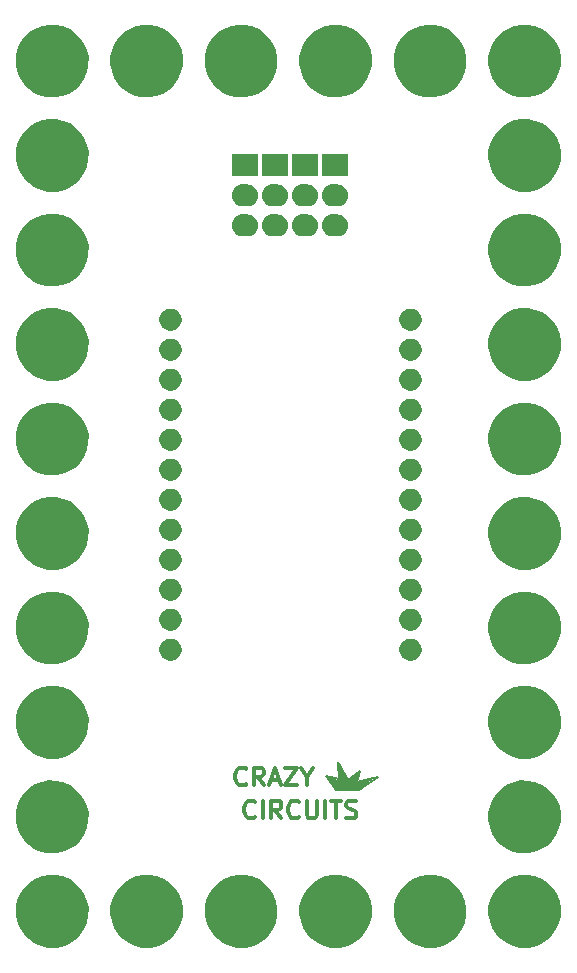
<source format=gts>
%TF.GenerationSoftware,KiCad,Pcbnew,4.0.7-e2-6376~58~ubuntu16.04.1*%
%TF.CreationDate,2018-07-16T09:48:52-07:00*%
%TF.ProjectId,6x10-Photon-Breakout,3678392D50686F746F6E2D427265616B,1.0*%
%TF.FileFunction,Soldermask,Top*%
%FSLAX46Y46*%
G04 Gerber Fmt 4.6, Leading zero omitted, Abs format (unit mm)*
G04 Created by KiCad (PCBNEW 4.0.7-e2-6376~58~ubuntu16.04.1) date Mon Jul 16 09:48:52 2018*
%MOMM*%
%LPD*%
G01*
G04 APERTURE LIST*
%ADD10C,0.350000*%
%ADD11C,0.300000*%
%ADD12C,0.152400*%
%ADD13C,0.254000*%
G04 APERTURE END LIST*
D10*
D11*
X76188572Y-95785714D02*
X76117143Y-95857143D01*
X75902857Y-95928571D01*
X75760000Y-95928571D01*
X75545715Y-95857143D01*
X75402857Y-95714286D01*
X75331429Y-95571429D01*
X75260000Y-95285714D01*
X75260000Y-95071429D01*
X75331429Y-94785714D01*
X75402857Y-94642857D01*
X75545715Y-94500000D01*
X75760000Y-94428571D01*
X75902857Y-94428571D01*
X76117143Y-94500000D01*
X76188572Y-94571429D01*
X76831429Y-95928571D02*
X76831429Y-94428571D01*
X78402858Y-95928571D02*
X77902858Y-95214286D01*
X77545715Y-95928571D02*
X77545715Y-94428571D01*
X78117143Y-94428571D01*
X78260001Y-94500000D01*
X78331429Y-94571429D01*
X78402858Y-94714286D01*
X78402858Y-94928571D01*
X78331429Y-95071429D01*
X78260001Y-95142857D01*
X78117143Y-95214286D01*
X77545715Y-95214286D01*
X79902858Y-95785714D02*
X79831429Y-95857143D01*
X79617143Y-95928571D01*
X79474286Y-95928571D01*
X79260001Y-95857143D01*
X79117143Y-95714286D01*
X79045715Y-95571429D01*
X78974286Y-95285714D01*
X78974286Y-95071429D01*
X79045715Y-94785714D01*
X79117143Y-94642857D01*
X79260001Y-94500000D01*
X79474286Y-94428571D01*
X79617143Y-94428571D01*
X79831429Y-94500000D01*
X79902858Y-94571429D01*
X80545715Y-94428571D02*
X80545715Y-95642857D01*
X80617143Y-95785714D01*
X80688572Y-95857143D01*
X80831429Y-95928571D01*
X81117143Y-95928571D01*
X81260001Y-95857143D01*
X81331429Y-95785714D01*
X81402858Y-95642857D01*
X81402858Y-94428571D01*
X82117144Y-95928571D02*
X82117144Y-94428571D01*
X82617144Y-94428571D02*
X83474287Y-94428571D01*
X83045716Y-95928571D02*
X83045716Y-94428571D01*
X83902858Y-95857143D02*
X84117144Y-95928571D01*
X84474287Y-95928571D01*
X84617144Y-95857143D01*
X84688573Y-95785714D01*
X84760001Y-95642857D01*
X84760001Y-95500000D01*
X84688573Y-95357143D01*
X84617144Y-95285714D01*
X84474287Y-95214286D01*
X84188573Y-95142857D01*
X84045715Y-95071429D01*
X83974287Y-95000000D01*
X83902858Y-94857143D01*
X83902858Y-94714286D01*
X83974287Y-94571429D01*
X84045715Y-94500000D01*
X84188573Y-94428571D01*
X84545715Y-94428571D01*
X84760001Y-94500000D01*
X75438287Y-92991714D02*
X75366858Y-93063143D01*
X75152572Y-93134571D01*
X75009715Y-93134571D01*
X74795430Y-93063143D01*
X74652572Y-92920286D01*
X74581144Y-92777429D01*
X74509715Y-92491714D01*
X74509715Y-92277429D01*
X74581144Y-91991714D01*
X74652572Y-91848857D01*
X74795430Y-91706000D01*
X75009715Y-91634571D01*
X75152572Y-91634571D01*
X75366858Y-91706000D01*
X75438287Y-91777429D01*
X76938287Y-93134571D02*
X76438287Y-92420286D01*
X76081144Y-93134571D02*
X76081144Y-91634571D01*
X76652572Y-91634571D01*
X76795430Y-91706000D01*
X76866858Y-91777429D01*
X76938287Y-91920286D01*
X76938287Y-92134571D01*
X76866858Y-92277429D01*
X76795430Y-92348857D01*
X76652572Y-92420286D01*
X76081144Y-92420286D01*
X77509715Y-92706000D02*
X78224001Y-92706000D01*
X77366858Y-93134571D02*
X77866858Y-91634571D01*
X78366858Y-93134571D01*
X78724001Y-91634571D02*
X79724001Y-91634571D01*
X78724001Y-93134571D01*
X79724001Y-93134571D01*
X80581143Y-92420286D02*
X80581143Y-93134571D01*
X80081143Y-91634571D02*
X80581143Y-92420286D01*
X81081143Y-91634571D01*
D12*
X86106000Y-92519500D02*
X84963000Y-93472000D01*
X84772500Y-93472000D02*
X86106000Y-92519500D01*
X85725000Y-92646500D02*
X84772500Y-93472000D01*
X84645500Y-93408500D02*
X85725000Y-92646500D01*
X85534500Y-92710000D02*
X84645500Y-93408500D01*
X84391500Y-93472000D02*
X85534500Y-92710000D01*
X85217000Y-92837000D02*
X84391500Y-93472000D01*
X84264500Y-93408500D02*
X85217000Y-92837000D01*
X85026500Y-92837000D02*
X84264500Y-93408500D01*
X84264500Y-93281500D02*
X85026500Y-92837000D01*
X84772500Y-92837000D02*
X84264500Y-93281500D01*
X84201000Y-93154500D02*
X84772500Y-92837000D01*
X84772500Y-92646500D02*
X84201000Y-93154500D01*
X84772500Y-92519500D02*
X84137500Y-93027500D01*
X84899500Y-92329000D02*
X84074000Y-92900500D01*
X84899500Y-92202000D02*
X84074000Y-92773500D01*
D13*
X83058000Y-93408500D02*
X82423000Y-92519500D01*
D12*
X84963000Y-93535500D02*
X82994500Y-93535500D01*
X86550500Y-92392500D02*
X84963000Y-93535500D01*
X84772500Y-92837000D02*
X86550500Y-92392500D01*
X85090000Y-91948000D02*
X84772500Y-92837000D01*
X84010500Y-92646500D02*
X85090000Y-91948000D01*
X83185000Y-91186000D02*
X84010500Y-92710000D01*
X83248500Y-92583000D02*
X83185000Y-91186000D01*
X82169000Y-92329000D02*
X83248500Y-92583000D01*
X82994500Y-93535500D02*
X82169000Y-92329000D01*
D13*
X83248500Y-93408500D02*
X82613500Y-92519500D01*
X83439000Y-93408500D02*
X82867500Y-92583000D01*
X83566000Y-93408500D02*
X83121500Y-92646500D01*
X83820000Y-93408500D02*
X83375500Y-92583000D01*
X84010500Y-93408500D02*
X83439000Y-92329000D01*
X84201000Y-93408500D02*
X83312000Y-91694000D01*
X83375500Y-92392500D02*
X83312000Y-91567000D01*
D10*
G36*
X59323110Y-100725847D02*
X59914055Y-100847151D01*
X60470198Y-101080932D01*
X60970334Y-101418278D01*
X61395421Y-101846343D01*
X61729266Y-102348821D01*
X61959156Y-102906576D01*
X62076264Y-103498014D01*
X62076264Y-103498024D01*
X62076331Y-103498363D01*
X62066710Y-104187416D01*
X62066633Y-104187754D01*
X62066633Y-104187762D01*
X61933057Y-104775701D01*
X61687685Y-105326816D01*
X61339937Y-105819778D01*
X60903062Y-106235809D01*
X60393700Y-106559061D01*
X59831254Y-106777219D01*
X59237147Y-106881976D01*
X58634003Y-106869342D01*
X58044800Y-106739797D01*
X57491982Y-106498277D01*
X56996607Y-106153982D01*
X56577537Y-105720023D01*
X56250738Y-105212930D01*
X56028656Y-104652014D01*
X55919755Y-104058658D01*
X55928177Y-103455441D01*
X56053606Y-102865347D01*
X56291259Y-102310858D01*
X56632091Y-101813088D01*
X57063112Y-101391000D01*
X57567913Y-101060668D01*
X58127259Y-100834677D01*
X58719845Y-100721636D01*
X59323110Y-100725847D01*
X59323110Y-100725847D01*
G37*
G36*
X67322110Y-100725847D02*
X67913055Y-100847151D01*
X68469198Y-101080932D01*
X68969334Y-101418278D01*
X69394421Y-101846343D01*
X69728266Y-102348821D01*
X69958156Y-102906576D01*
X70075264Y-103498014D01*
X70075264Y-103498024D01*
X70075331Y-103498363D01*
X70065710Y-104187416D01*
X70065633Y-104187754D01*
X70065633Y-104187762D01*
X69932057Y-104775701D01*
X69686685Y-105326816D01*
X69338937Y-105819778D01*
X68902062Y-106235809D01*
X68392700Y-106559061D01*
X67830254Y-106777219D01*
X67236147Y-106881976D01*
X66633003Y-106869342D01*
X66043800Y-106739797D01*
X65490982Y-106498277D01*
X64995607Y-106153982D01*
X64576537Y-105720023D01*
X64249738Y-105212930D01*
X64027656Y-104652014D01*
X63918755Y-104058658D01*
X63927177Y-103455441D01*
X64052606Y-102865347D01*
X64290259Y-102310858D01*
X64631091Y-101813088D01*
X65062112Y-101391000D01*
X65566913Y-101060668D01*
X66126259Y-100834677D01*
X66718845Y-100721636D01*
X67322110Y-100725847D01*
X67322110Y-100725847D01*
G37*
G36*
X83322110Y-100725847D02*
X83913055Y-100847151D01*
X84469198Y-101080932D01*
X84969334Y-101418278D01*
X85394421Y-101846343D01*
X85728266Y-102348821D01*
X85958156Y-102906576D01*
X86075264Y-103498014D01*
X86075264Y-103498024D01*
X86075331Y-103498363D01*
X86065710Y-104187416D01*
X86065633Y-104187754D01*
X86065633Y-104187762D01*
X85932057Y-104775701D01*
X85686685Y-105326816D01*
X85338937Y-105819778D01*
X84902062Y-106235809D01*
X84392700Y-106559061D01*
X83830254Y-106777219D01*
X83236147Y-106881976D01*
X82633003Y-106869342D01*
X82043800Y-106739797D01*
X81490982Y-106498277D01*
X80995607Y-106153982D01*
X80576537Y-105720023D01*
X80249738Y-105212930D01*
X80027656Y-104652014D01*
X79918755Y-104058658D01*
X79927177Y-103455441D01*
X80052606Y-102865347D01*
X80290259Y-102310858D01*
X80631091Y-101813088D01*
X81062112Y-101391000D01*
X81566913Y-101060668D01*
X82126259Y-100834677D01*
X82718845Y-100721636D01*
X83322110Y-100725847D01*
X83322110Y-100725847D01*
G37*
G36*
X75322110Y-100725847D02*
X75913055Y-100847151D01*
X76469198Y-101080932D01*
X76969334Y-101418278D01*
X77394421Y-101846343D01*
X77728266Y-102348821D01*
X77958156Y-102906576D01*
X78075264Y-103498014D01*
X78075264Y-103498024D01*
X78075331Y-103498363D01*
X78065710Y-104187416D01*
X78065633Y-104187754D01*
X78065633Y-104187762D01*
X77932057Y-104775701D01*
X77686685Y-105326816D01*
X77338937Y-105819778D01*
X76902062Y-106235809D01*
X76392700Y-106559061D01*
X75830254Y-106777219D01*
X75236147Y-106881976D01*
X74633003Y-106869342D01*
X74043800Y-106739797D01*
X73490982Y-106498277D01*
X72995607Y-106153982D01*
X72576537Y-105720023D01*
X72249738Y-105212930D01*
X72027656Y-104652014D01*
X71918755Y-104058658D01*
X71927177Y-103455441D01*
X72052606Y-102865347D01*
X72290259Y-102310858D01*
X72631091Y-101813088D01*
X73062112Y-101391000D01*
X73566913Y-101060668D01*
X74126259Y-100834677D01*
X74718845Y-100721636D01*
X75322110Y-100725847D01*
X75322110Y-100725847D01*
G37*
G36*
X99322110Y-100725847D02*
X99913055Y-100847151D01*
X100469198Y-101080932D01*
X100969334Y-101418278D01*
X101394421Y-101846343D01*
X101728266Y-102348821D01*
X101958156Y-102906576D01*
X102075264Y-103498014D01*
X102075264Y-103498024D01*
X102075331Y-103498363D01*
X102065710Y-104187416D01*
X102065633Y-104187754D01*
X102065633Y-104187762D01*
X101932057Y-104775701D01*
X101686685Y-105326816D01*
X101338937Y-105819778D01*
X100902062Y-106235809D01*
X100392700Y-106559061D01*
X99830254Y-106777219D01*
X99236147Y-106881976D01*
X98633003Y-106869342D01*
X98043800Y-106739797D01*
X97490982Y-106498277D01*
X96995607Y-106153982D01*
X96576537Y-105720023D01*
X96249738Y-105212930D01*
X96027656Y-104652014D01*
X95918755Y-104058658D01*
X95927177Y-103455441D01*
X96052606Y-102865347D01*
X96290259Y-102310858D01*
X96631091Y-101813088D01*
X97062112Y-101391000D01*
X97566913Y-101060668D01*
X98126259Y-100834677D01*
X98718845Y-100721636D01*
X99322110Y-100725847D01*
X99322110Y-100725847D01*
G37*
G36*
X91322110Y-100725847D02*
X91913055Y-100847151D01*
X92469198Y-101080932D01*
X92969334Y-101418278D01*
X93394421Y-101846343D01*
X93728266Y-102348821D01*
X93958156Y-102906576D01*
X94075264Y-103498014D01*
X94075264Y-103498024D01*
X94075331Y-103498363D01*
X94065710Y-104187416D01*
X94065633Y-104187754D01*
X94065633Y-104187762D01*
X93932057Y-104775701D01*
X93686685Y-105326816D01*
X93338937Y-105819778D01*
X92902062Y-106235809D01*
X92392700Y-106559061D01*
X91830254Y-106777219D01*
X91236147Y-106881976D01*
X90633003Y-106869342D01*
X90043800Y-106739797D01*
X89490982Y-106498277D01*
X88995607Y-106153982D01*
X88576537Y-105720023D01*
X88249738Y-105212930D01*
X88027656Y-104652014D01*
X87918755Y-104058658D01*
X87927177Y-103455441D01*
X88052606Y-102865347D01*
X88290259Y-102310858D01*
X88631091Y-101813088D01*
X89062112Y-101391000D01*
X89566913Y-101060668D01*
X90126259Y-100834677D01*
X90718845Y-100721636D01*
X91322110Y-100725847D01*
X91322110Y-100725847D01*
G37*
G36*
X59322110Y-92725847D02*
X59913055Y-92847151D01*
X60469198Y-93080932D01*
X60969334Y-93418278D01*
X61394421Y-93846343D01*
X61728266Y-94348821D01*
X61958156Y-94906576D01*
X62075264Y-95498014D01*
X62075264Y-95498024D01*
X62075331Y-95498363D01*
X62065710Y-96187416D01*
X62065633Y-96187754D01*
X62065633Y-96187762D01*
X61932057Y-96775701D01*
X61686685Y-97326816D01*
X61338937Y-97819778D01*
X60902062Y-98235809D01*
X60392700Y-98559061D01*
X59830254Y-98777219D01*
X59236147Y-98881976D01*
X58633003Y-98869342D01*
X58043800Y-98739797D01*
X57490982Y-98498277D01*
X56995607Y-98153982D01*
X56576537Y-97720023D01*
X56249738Y-97212930D01*
X56027656Y-96652014D01*
X55918755Y-96058658D01*
X55927177Y-95455441D01*
X56052606Y-94865347D01*
X56290259Y-94310858D01*
X56631091Y-93813088D01*
X57062112Y-93391000D01*
X57566913Y-93060668D01*
X58126259Y-92834677D01*
X58718845Y-92721636D01*
X59322110Y-92725847D01*
X59322110Y-92725847D01*
G37*
G36*
X99323110Y-92725847D02*
X99914055Y-92847151D01*
X100470198Y-93080932D01*
X100970334Y-93418278D01*
X101395421Y-93846343D01*
X101729266Y-94348821D01*
X101959156Y-94906576D01*
X102076264Y-95498014D01*
X102076264Y-95498024D01*
X102076331Y-95498363D01*
X102066710Y-96187416D01*
X102066633Y-96187754D01*
X102066633Y-96187762D01*
X101933057Y-96775701D01*
X101687685Y-97326816D01*
X101339937Y-97819778D01*
X100903062Y-98235809D01*
X100393700Y-98559061D01*
X99831254Y-98777219D01*
X99237147Y-98881976D01*
X98634003Y-98869342D01*
X98044800Y-98739797D01*
X97491982Y-98498277D01*
X96996607Y-98153982D01*
X96577537Y-97720023D01*
X96250738Y-97212930D01*
X96028656Y-96652014D01*
X95919755Y-96058658D01*
X95928177Y-95455441D01*
X96053606Y-94865347D01*
X96291259Y-94310858D01*
X96632091Y-93813088D01*
X97063112Y-93391000D01*
X97567913Y-93060668D01*
X98127259Y-92834677D01*
X98719845Y-92721636D01*
X99323110Y-92725847D01*
X99323110Y-92725847D01*
G37*
G36*
X99323110Y-84725847D02*
X99914055Y-84847151D01*
X100470198Y-85080932D01*
X100970334Y-85418278D01*
X101395421Y-85846343D01*
X101729266Y-86348821D01*
X101959156Y-86906576D01*
X102076264Y-87498014D01*
X102076264Y-87498024D01*
X102076331Y-87498363D01*
X102066710Y-88187416D01*
X102066633Y-88187754D01*
X102066633Y-88187762D01*
X101933057Y-88775701D01*
X101687685Y-89326816D01*
X101339937Y-89819778D01*
X100903062Y-90235809D01*
X100393700Y-90559061D01*
X99831254Y-90777219D01*
X99237147Y-90881976D01*
X98634003Y-90869342D01*
X98044800Y-90739797D01*
X97491982Y-90498277D01*
X96996607Y-90153982D01*
X96577537Y-89720023D01*
X96250738Y-89212930D01*
X96028656Y-88652014D01*
X95919755Y-88058658D01*
X95928177Y-87455441D01*
X96053606Y-86865347D01*
X96291259Y-86310858D01*
X96632091Y-85813088D01*
X97063112Y-85391000D01*
X97567913Y-85060668D01*
X98127259Y-84834677D01*
X98719845Y-84721636D01*
X99323110Y-84725847D01*
X99323110Y-84725847D01*
G37*
G36*
X59322110Y-84725847D02*
X59913055Y-84847151D01*
X60469198Y-85080932D01*
X60969334Y-85418278D01*
X61394421Y-85846343D01*
X61728266Y-86348821D01*
X61958156Y-86906576D01*
X62075264Y-87498014D01*
X62075264Y-87498024D01*
X62075331Y-87498363D01*
X62065710Y-88187416D01*
X62065633Y-88187754D01*
X62065633Y-88187762D01*
X61932057Y-88775701D01*
X61686685Y-89326816D01*
X61338937Y-89819778D01*
X60902062Y-90235809D01*
X60392700Y-90559061D01*
X59830254Y-90777219D01*
X59236147Y-90881976D01*
X58633003Y-90869342D01*
X58043800Y-90739797D01*
X57490982Y-90498277D01*
X56995607Y-90153982D01*
X56576537Y-89720023D01*
X56249738Y-89212930D01*
X56027656Y-88652014D01*
X55918755Y-88058658D01*
X55927177Y-87455441D01*
X56052606Y-86865347D01*
X56290259Y-86310858D01*
X56631091Y-85813088D01*
X57062112Y-85391000D01*
X57566913Y-85060668D01*
X58126259Y-84834677D01*
X58718845Y-84721636D01*
X59322110Y-84725847D01*
X59322110Y-84725847D01*
G37*
G36*
X99323110Y-76725847D02*
X99914055Y-76847151D01*
X100470198Y-77080932D01*
X100970334Y-77418278D01*
X101395421Y-77846343D01*
X101729266Y-78348821D01*
X101959156Y-78906576D01*
X102076264Y-79498014D01*
X102076264Y-79498024D01*
X102076331Y-79498363D01*
X102066710Y-80187416D01*
X102066633Y-80187754D01*
X102066633Y-80187762D01*
X101933057Y-80775701D01*
X101687685Y-81326816D01*
X101339937Y-81819778D01*
X100903062Y-82235809D01*
X100393700Y-82559061D01*
X99831254Y-82777219D01*
X99237147Y-82881976D01*
X98634003Y-82869342D01*
X98044800Y-82739797D01*
X97491982Y-82498277D01*
X96996607Y-82153982D01*
X96577537Y-81720023D01*
X96250738Y-81212930D01*
X96028656Y-80652014D01*
X95919755Y-80058658D01*
X95928177Y-79455441D01*
X96053606Y-78865347D01*
X96291259Y-78310858D01*
X96632091Y-77813088D01*
X97063112Y-77391000D01*
X97567913Y-77060668D01*
X98127259Y-76834677D01*
X98719845Y-76721636D01*
X99323110Y-76725847D01*
X99323110Y-76725847D01*
G37*
G36*
X59322110Y-76725847D02*
X59913055Y-76847151D01*
X60469198Y-77080932D01*
X60969334Y-77418278D01*
X61394421Y-77846343D01*
X61728266Y-78348821D01*
X61958156Y-78906576D01*
X62075264Y-79498014D01*
X62075264Y-79498024D01*
X62075331Y-79498363D01*
X62065710Y-80187416D01*
X62065633Y-80187754D01*
X62065633Y-80187762D01*
X61932057Y-80775701D01*
X61686685Y-81326816D01*
X61338937Y-81819778D01*
X60902062Y-82235809D01*
X60392700Y-82559061D01*
X59830254Y-82777219D01*
X59236147Y-82881976D01*
X58633003Y-82869342D01*
X58043800Y-82739797D01*
X57490982Y-82498277D01*
X56995607Y-82153982D01*
X56576537Y-81720023D01*
X56249738Y-81212930D01*
X56027656Y-80652014D01*
X55918755Y-80058658D01*
X55927177Y-79455441D01*
X56052606Y-78865347D01*
X56290259Y-78310858D01*
X56631091Y-77813088D01*
X57062112Y-77391000D01*
X57566913Y-77060668D01*
X58126259Y-76834677D01*
X58718845Y-76721636D01*
X59322110Y-76725847D01*
X59322110Y-76725847D01*
G37*
G36*
X89434953Y-80704678D02*
X89615486Y-80741737D01*
X89785396Y-80813160D01*
X89938187Y-80916220D01*
X90068059Y-81047000D01*
X90170048Y-81200507D01*
X90240281Y-81370905D01*
X90276010Y-81551353D01*
X90276010Y-81551358D01*
X90276078Y-81551702D01*
X90273139Y-81762212D01*
X90273062Y-81762550D01*
X90273062Y-81762560D01*
X90232308Y-81941940D01*
X90157346Y-82110306D01*
X90051106Y-82260910D01*
X89917637Y-82388011D01*
X89762022Y-82486768D01*
X89590192Y-82553416D01*
X89408690Y-82585420D01*
X89224424Y-82581560D01*
X89044417Y-82541983D01*
X88875526Y-82468197D01*
X88724188Y-82363014D01*
X88596159Y-82230436D01*
X88496319Y-82075515D01*
X88428470Y-81904147D01*
X88395201Y-81722877D01*
X88397773Y-81538590D01*
X88436094Y-81358310D01*
X88508697Y-81188911D01*
X88612825Y-81036838D01*
X88744504Y-80907887D01*
X88898725Y-80806968D01*
X89069610Y-80737926D01*
X89250647Y-80703392D01*
X89434953Y-80704678D01*
X89434953Y-80704678D01*
G37*
G36*
X69114953Y-80704678D02*
X69295486Y-80741737D01*
X69465396Y-80813160D01*
X69618187Y-80916220D01*
X69748059Y-81047000D01*
X69850048Y-81200507D01*
X69920281Y-81370905D01*
X69956010Y-81551353D01*
X69956010Y-81551358D01*
X69956078Y-81551702D01*
X69953139Y-81762212D01*
X69953062Y-81762550D01*
X69953062Y-81762560D01*
X69912308Y-81941940D01*
X69837346Y-82110306D01*
X69731106Y-82260910D01*
X69597637Y-82388011D01*
X69442022Y-82486768D01*
X69270192Y-82553416D01*
X69088690Y-82585420D01*
X68904424Y-82581560D01*
X68724417Y-82541983D01*
X68555526Y-82468197D01*
X68404188Y-82363014D01*
X68276159Y-82230436D01*
X68176319Y-82075515D01*
X68108470Y-81904147D01*
X68075201Y-81722877D01*
X68077773Y-81538590D01*
X68116094Y-81358310D01*
X68188697Y-81188911D01*
X68292825Y-81036838D01*
X68424504Y-80907887D01*
X68578725Y-80806968D01*
X68749610Y-80737926D01*
X68930647Y-80703392D01*
X69114953Y-80704678D01*
X69114953Y-80704678D01*
G37*
G36*
X89434953Y-78164678D02*
X89615486Y-78201737D01*
X89785396Y-78273160D01*
X89938187Y-78376220D01*
X90068059Y-78507000D01*
X90170048Y-78660507D01*
X90240281Y-78830905D01*
X90276010Y-79011353D01*
X90276010Y-79011358D01*
X90276078Y-79011702D01*
X90273139Y-79222212D01*
X90273062Y-79222550D01*
X90273062Y-79222560D01*
X90232308Y-79401940D01*
X90157346Y-79570306D01*
X90051106Y-79720910D01*
X89917637Y-79848011D01*
X89762022Y-79946768D01*
X89590192Y-80013416D01*
X89408690Y-80045420D01*
X89224424Y-80041560D01*
X89044417Y-80001983D01*
X88875526Y-79928197D01*
X88724188Y-79823014D01*
X88596159Y-79690436D01*
X88496319Y-79535515D01*
X88428470Y-79364147D01*
X88395201Y-79182877D01*
X88397773Y-78998590D01*
X88436094Y-78818310D01*
X88508697Y-78648911D01*
X88612825Y-78496838D01*
X88744504Y-78367887D01*
X88898725Y-78266968D01*
X89069610Y-78197926D01*
X89250647Y-78163392D01*
X89434953Y-78164678D01*
X89434953Y-78164678D01*
G37*
G36*
X69114953Y-78164678D02*
X69295486Y-78201737D01*
X69465396Y-78273160D01*
X69618187Y-78376220D01*
X69748059Y-78507000D01*
X69850048Y-78660507D01*
X69920281Y-78830905D01*
X69956010Y-79011353D01*
X69956010Y-79011358D01*
X69956078Y-79011702D01*
X69953139Y-79222212D01*
X69953062Y-79222550D01*
X69953062Y-79222560D01*
X69912308Y-79401940D01*
X69837346Y-79570306D01*
X69731106Y-79720910D01*
X69597637Y-79848011D01*
X69442022Y-79946768D01*
X69270192Y-80013416D01*
X69088690Y-80045420D01*
X68904424Y-80041560D01*
X68724417Y-80001983D01*
X68555526Y-79928197D01*
X68404188Y-79823014D01*
X68276159Y-79690436D01*
X68176319Y-79535515D01*
X68108470Y-79364147D01*
X68075201Y-79182877D01*
X68077773Y-78998590D01*
X68116094Y-78818310D01*
X68188697Y-78648911D01*
X68292825Y-78496838D01*
X68424504Y-78367887D01*
X68578725Y-78266968D01*
X68749610Y-78197926D01*
X68930647Y-78163392D01*
X69114953Y-78164678D01*
X69114953Y-78164678D01*
G37*
G36*
X89434953Y-75624678D02*
X89615486Y-75661737D01*
X89785396Y-75733160D01*
X89938187Y-75836220D01*
X90068059Y-75967000D01*
X90170048Y-76120507D01*
X90240281Y-76290905D01*
X90276010Y-76471353D01*
X90276010Y-76471358D01*
X90276078Y-76471702D01*
X90273139Y-76682212D01*
X90273062Y-76682550D01*
X90273062Y-76682560D01*
X90232308Y-76861940D01*
X90157346Y-77030306D01*
X90051106Y-77180910D01*
X89917637Y-77308011D01*
X89762022Y-77406768D01*
X89590192Y-77473416D01*
X89408690Y-77505420D01*
X89224424Y-77501560D01*
X89044417Y-77461983D01*
X88875526Y-77388197D01*
X88724188Y-77283014D01*
X88596159Y-77150436D01*
X88496319Y-76995515D01*
X88428470Y-76824147D01*
X88395201Y-76642877D01*
X88397773Y-76458590D01*
X88436094Y-76278310D01*
X88508697Y-76108911D01*
X88612825Y-75956838D01*
X88744504Y-75827887D01*
X88898725Y-75726968D01*
X89069610Y-75657926D01*
X89250647Y-75623392D01*
X89434953Y-75624678D01*
X89434953Y-75624678D01*
G37*
G36*
X69114953Y-75624678D02*
X69295486Y-75661737D01*
X69465396Y-75733160D01*
X69618187Y-75836220D01*
X69748059Y-75967000D01*
X69850048Y-76120507D01*
X69920281Y-76290905D01*
X69956010Y-76471353D01*
X69956010Y-76471358D01*
X69956078Y-76471702D01*
X69953139Y-76682212D01*
X69953062Y-76682550D01*
X69953062Y-76682560D01*
X69912308Y-76861940D01*
X69837346Y-77030306D01*
X69731106Y-77180910D01*
X69597637Y-77308011D01*
X69442022Y-77406768D01*
X69270192Y-77473416D01*
X69088690Y-77505420D01*
X68904424Y-77501560D01*
X68724417Y-77461983D01*
X68555526Y-77388197D01*
X68404188Y-77283014D01*
X68276159Y-77150436D01*
X68176319Y-76995515D01*
X68108470Y-76824147D01*
X68075201Y-76642877D01*
X68077773Y-76458590D01*
X68116094Y-76278310D01*
X68188697Y-76108911D01*
X68292825Y-75956838D01*
X68424504Y-75827887D01*
X68578725Y-75726968D01*
X68749610Y-75657926D01*
X68930647Y-75623392D01*
X69114953Y-75624678D01*
X69114953Y-75624678D01*
G37*
G36*
X89434953Y-73084678D02*
X89615486Y-73121737D01*
X89785396Y-73193160D01*
X89938187Y-73296220D01*
X90068059Y-73427000D01*
X90170048Y-73580507D01*
X90240281Y-73750905D01*
X90276010Y-73931353D01*
X90276010Y-73931358D01*
X90276078Y-73931702D01*
X90273139Y-74142212D01*
X90273062Y-74142550D01*
X90273062Y-74142560D01*
X90232308Y-74321940D01*
X90157346Y-74490306D01*
X90051106Y-74640910D01*
X89917637Y-74768011D01*
X89762022Y-74866768D01*
X89590192Y-74933416D01*
X89408690Y-74965420D01*
X89224424Y-74961560D01*
X89044417Y-74921983D01*
X88875526Y-74848197D01*
X88724188Y-74743014D01*
X88596159Y-74610436D01*
X88496319Y-74455515D01*
X88428470Y-74284147D01*
X88395201Y-74102877D01*
X88397773Y-73918590D01*
X88436094Y-73738310D01*
X88508697Y-73568911D01*
X88612825Y-73416838D01*
X88744504Y-73287887D01*
X88898725Y-73186968D01*
X89069610Y-73117926D01*
X89250647Y-73083392D01*
X89434953Y-73084678D01*
X89434953Y-73084678D01*
G37*
G36*
X69114953Y-73084678D02*
X69295486Y-73121737D01*
X69465396Y-73193160D01*
X69618187Y-73296220D01*
X69748059Y-73427000D01*
X69850048Y-73580507D01*
X69920281Y-73750905D01*
X69956010Y-73931353D01*
X69956010Y-73931358D01*
X69956078Y-73931702D01*
X69953139Y-74142212D01*
X69953062Y-74142550D01*
X69953062Y-74142560D01*
X69912308Y-74321940D01*
X69837346Y-74490306D01*
X69731106Y-74640910D01*
X69597637Y-74768011D01*
X69442022Y-74866768D01*
X69270192Y-74933416D01*
X69088690Y-74965420D01*
X68904424Y-74961560D01*
X68724417Y-74921983D01*
X68555526Y-74848197D01*
X68404188Y-74743014D01*
X68276159Y-74610436D01*
X68176319Y-74455515D01*
X68108470Y-74284147D01*
X68075201Y-74102877D01*
X68077773Y-73918590D01*
X68116094Y-73738310D01*
X68188697Y-73568911D01*
X68292825Y-73416838D01*
X68424504Y-73287887D01*
X68578725Y-73186968D01*
X68749610Y-73117926D01*
X68930647Y-73083392D01*
X69114953Y-73084678D01*
X69114953Y-73084678D01*
G37*
G36*
X99322110Y-68725847D02*
X99913055Y-68847151D01*
X100469198Y-69080932D01*
X100969334Y-69418278D01*
X101394421Y-69846343D01*
X101728266Y-70348821D01*
X101958156Y-70906576D01*
X102075264Y-71498014D01*
X102075264Y-71498024D01*
X102075331Y-71498363D01*
X102065710Y-72187416D01*
X102065633Y-72187754D01*
X102065633Y-72187762D01*
X101932057Y-72775701D01*
X101686685Y-73326816D01*
X101338937Y-73819778D01*
X100902062Y-74235809D01*
X100392700Y-74559061D01*
X99830254Y-74777219D01*
X99236147Y-74881976D01*
X98633003Y-74869342D01*
X98043800Y-74739797D01*
X97490982Y-74498277D01*
X96995607Y-74153982D01*
X96576537Y-73720023D01*
X96249738Y-73212930D01*
X96027656Y-72652014D01*
X95918755Y-72058658D01*
X95927177Y-71455441D01*
X96052606Y-70865347D01*
X96290259Y-70310858D01*
X96631091Y-69813088D01*
X97062112Y-69391000D01*
X97566913Y-69060668D01*
X98126259Y-68834677D01*
X98718845Y-68721636D01*
X99322110Y-68725847D01*
X99322110Y-68725847D01*
G37*
G36*
X59322110Y-68725847D02*
X59913055Y-68847151D01*
X60469198Y-69080932D01*
X60969334Y-69418278D01*
X61394421Y-69846343D01*
X61728266Y-70348821D01*
X61958156Y-70906576D01*
X62075264Y-71498014D01*
X62075264Y-71498024D01*
X62075331Y-71498363D01*
X62065710Y-72187416D01*
X62065633Y-72187754D01*
X62065633Y-72187762D01*
X61932057Y-72775701D01*
X61686685Y-73326816D01*
X61338937Y-73819778D01*
X60902062Y-74235809D01*
X60392700Y-74559061D01*
X59830254Y-74777219D01*
X59236147Y-74881976D01*
X58633003Y-74869342D01*
X58043800Y-74739797D01*
X57490982Y-74498277D01*
X56995607Y-74153982D01*
X56576537Y-73720023D01*
X56249738Y-73212930D01*
X56027656Y-72652014D01*
X55918755Y-72058658D01*
X55927177Y-71455441D01*
X56052606Y-70865347D01*
X56290259Y-70310858D01*
X56631091Y-69813088D01*
X57062112Y-69391000D01*
X57566913Y-69060668D01*
X58126259Y-68834677D01*
X58718845Y-68721636D01*
X59322110Y-68725847D01*
X59322110Y-68725847D01*
G37*
G36*
X69114953Y-70544678D02*
X69295486Y-70581737D01*
X69465396Y-70653160D01*
X69618187Y-70756220D01*
X69748059Y-70887000D01*
X69850048Y-71040507D01*
X69920281Y-71210905D01*
X69956010Y-71391353D01*
X69956010Y-71391358D01*
X69956078Y-71391702D01*
X69953139Y-71602212D01*
X69953062Y-71602550D01*
X69953062Y-71602560D01*
X69912308Y-71781940D01*
X69837346Y-71950306D01*
X69731106Y-72100910D01*
X69597637Y-72228011D01*
X69442022Y-72326768D01*
X69270192Y-72393416D01*
X69088690Y-72425420D01*
X68904424Y-72421560D01*
X68724417Y-72381983D01*
X68555526Y-72308197D01*
X68404188Y-72203014D01*
X68276159Y-72070436D01*
X68176319Y-71915515D01*
X68108470Y-71744147D01*
X68075201Y-71562877D01*
X68077773Y-71378590D01*
X68116094Y-71198310D01*
X68188697Y-71028911D01*
X68292825Y-70876838D01*
X68424504Y-70747887D01*
X68578725Y-70646968D01*
X68749610Y-70577926D01*
X68930647Y-70543392D01*
X69114953Y-70544678D01*
X69114953Y-70544678D01*
G37*
G36*
X89434953Y-70544678D02*
X89615486Y-70581737D01*
X89785396Y-70653160D01*
X89938187Y-70756220D01*
X90068059Y-70887000D01*
X90170048Y-71040507D01*
X90240281Y-71210905D01*
X90276010Y-71391353D01*
X90276010Y-71391358D01*
X90276078Y-71391702D01*
X90273139Y-71602212D01*
X90273062Y-71602550D01*
X90273062Y-71602560D01*
X90232308Y-71781940D01*
X90157346Y-71950306D01*
X90051106Y-72100910D01*
X89917637Y-72228011D01*
X89762022Y-72326768D01*
X89590192Y-72393416D01*
X89408690Y-72425420D01*
X89224424Y-72421560D01*
X89044417Y-72381983D01*
X88875526Y-72308197D01*
X88724188Y-72203014D01*
X88596159Y-72070436D01*
X88496319Y-71915515D01*
X88428470Y-71744147D01*
X88395201Y-71562877D01*
X88397773Y-71378590D01*
X88436094Y-71198310D01*
X88508697Y-71028911D01*
X88612825Y-70876838D01*
X88744504Y-70747887D01*
X88898725Y-70646968D01*
X89069610Y-70577926D01*
X89250647Y-70543392D01*
X89434953Y-70544678D01*
X89434953Y-70544678D01*
G37*
G36*
X89434953Y-68004678D02*
X89615486Y-68041737D01*
X89785396Y-68113160D01*
X89938187Y-68216220D01*
X90068059Y-68347000D01*
X90170048Y-68500507D01*
X90240281Y-68670905D01*
X90276010Y-68851353D01*
X90276010Y-68851358D01*
X90276078Y-68851702D01*
X90273139Y-69062212D01*
X90273062Y-69062550D01*
X90273062Y-69062560D01*
X90232308Y-69241940D01*
X90157346Y-69410306D01*
X90051106Y-69560910D01*
X89917637Y-69688011D01*
X89762022Y-69786768D01*
X89590192Y-69853416D01*
X89408690Y-69885420D01*
X89224424Y-69881560D01*
X89044417Y-69841983D01*
X88875526Y-69768197D01*
X88724188Y-69663014D01*
X88596159Y-69530436D01*
X88496319Y-69375515D01*
X88428470Y-69204147D01*
X88395201Y-69022877D01*
X88397773Y-68838590D01*
X88436094Y-68658310D01*
X88508697Y-68488911D01*
X88612825Y-68336838D01*
X88744504Y-68207887D01*
X88898725Y-68106968D01*
X89069610Y-68037926D01*
X89250647Y-68003392D01*
X89434953Y-68004678D01*
X89434953Y-68004678D01*
G37*
G36*
X69114953Y-68004678D02*
X69295486Y-68041737D01*
X69465396Y-68113160D01*
X69618187Y-68216220D01*
X69748059Y-68347000D01*
X69850048Y-68500507D01*
X69920281Y-68670905D01*
X69956010Y-68851353D01*
X69956010Y-68851358D01*
X69956078Y-68851702D01*
X69953139Y-69062212D01*
X69953062Y-69062550D01*
X69953062Y-69062560D01*
X69912308Y-69241940D01*
X69837346Y-69410306D01*
X69731106Y-69560910D01*
X69597637Y-69688011D01*
X69442022Y-69786768D01*
X69270192Y-69853416D01*
X69088690Y-69885420D01*
X68904424Y-69881560D01*
X68724417Y-69841983D01*
X68555526Y-69768197D01*
X68404188Y-69663014D01*
X68276159Y-69530436D01*
X68176319Y-69375515D01*
X68108470Y-69204147D01*
X68075201Y-69022877D01*
X68077773Y-68838590D01*
X68116094Y-68658310D01*
X68188697Y-68488911D01*
X68292825Y-68336838D01*
X68424504Y-68207887D01*
X68578725Y-68106968D01*
X68749610Y-68037926D01*
X68930647Y-68003392D01*
X69114953Y-68004678D01*
X69114953Y-68004678D01*
G37*
G36*
X89434953Y-65464678D02*
X89615486Y-65501737D01*
X89785396Y-65573160D01*
X89938187Y-65676220D01*
X90068059Y-65807000D01*
X90170048Y-65960507D01*
X90240281Y-66130905D01*
X90276010Y-66311353D01*
X90276010Y-66311358D01*
X90276078Y-66311702D01*
X90273139Y-66522212D01*
X90273062Y-66522550D01*
X90273062Y-66522560D01*
X90232308Y-66701940D01*
X90157346Y-66870306D01*
X90051106Y-67020910D01*
X89917637Y-67148011D01*
X89762022Y-67246768D01*
X89590192Y-67313416D01*
X89408690Y-67345420D01*
X89224424Y-67341560D01*
X89044417Y-67301983D01*
X88875526Y-67228197D01*
X88724188Y-67123014D01*
X88596159Y-66990436D01*
X88496319Y-66835515D01*
X88428470Y-66664147D01*
X88395201Y-66482877D01*
X88397773Y-66298590D01*
X88436094Y-66118310D01*
X88508697Y-65948911D01*
X88612825Y-65796838D01*
X88744504Y-65667887D01*
X88898725Y-65566968D01*
X89069610Y-65497926D01*
X89250647Y-65463392D01*
X89434953Y-65464678D01*
X89434953Y-65464678D01*
G37*
G36*
X69114953Y-65464678D02*
X69295486Y-65501737D01*
X69465396Y-65573160D01*
X69618187Y-65676220D01*
X69748059Y-65807000D01*
X69850048Y-65960507D01*
X69920281Y-66130905D01*
X69956010Y-66311353D01*
X69956010Y-66311358D01*
X69956078Y-66311702D01*
X69953139Y-66522212D01*
X69953062Y-66522550D01*
X69953062Y-66522560D01*
X69912308Y-66701940D01*
X69837346Y-66870306D01*
X69731106Y-67020910D01*
X69597637Y-67148011D01*
X69442022Y-67246768D01*
X69270192Y-67313416D01*
X69088690Y-67345420D01*
X68904424Y-67341560D01*
X68724417Y-67301983D01*
X68555526Y-67228197D01*
X68404188Y-67123014D01*
X68276159Y-66990436D01*
X68176319Y-66835515D01*
X68108470Y-66664147D01*
X68075201Y-66482877D01*
X68077773Y-66298590D01*
X68116094Y-66118310D01*
X68188697Y-65948911D01*
X68292825Y-65796838D01*
X68424504Y-65667887D01*
X68578725Y-65566968D01*
X68749610Y-65497926D01*
X68930647Y-65463392D01*
X69114953Y-65464678D01*
X69114953Y-65464678D01*
G37*
G36*
X99323110Y-60725847D02*
X99914055Y-60847151D01*
X100470198Y-61080932D01*
X100970334Y-61418278D01*
X101395421Y-61846343D01*
X101729266Y-62348821D01*
X101959156Y-62906576D01*
X102076264Y-63498014D01*
X102076264Y-63498024D01*
X102076331Y-63498363D01*
X102066710Y-64187416D01*
X102066633Y-64187754D01*
X102066633Y-64187762D01*
X101933057Y-64775701D01*
X101687685Y-65326816D01*
X101339937Y-65819778D01*
X100903062Y-66235809D01*
X100393700Y-66559061D01*
X99831254Y-66777219D01*
X99237147Y-66881976D01*
X98634003Y-66869342D01*
X98044800Y-66739797D01*
X97491982Y-66498277D01*
X96996607Y-66153982D01*
X96577537Y-65720023D01*
X96250738Y-65212930D01*
X96028656Y-64652014D01*
X95919755Y-64058658D01*
X95928177Y-63455441D01*
X96053606Y-62865347D01*
X96291259Y-62310858D01*
X96632091Y-61813088D01*
X97063112Y-61391000D01*
X97567913Y-61060668D01*
X98127259Y-60834677D01*
X98719845Y-60721636D01*
X99323110Y-60725847D01*
X99323110Y-60725847D01*
G37*
G36*
X59322110Y-60725847D02*
X59913055Y-60847151D01*
X60469198Y-61080932D01*
X60969334Y-61418278D01*
X61394421Y-61846343D01*
X61728266Y-62348821D01*
X61958156Y-62906576D01*
X62075264Y-63498014D01*
X62075264Y-63498024D01*
X62075331Y-63498363D01*
X62065710Y-64187416D01*
X62065633Y-64187754D01*
X62065633Y-64187762D01*
X61932057Y-64775701D01*
X61686685Y-65326816D01*
X61338937Y-65819778D01*
X60902062Y-66235809D01*
X60392700Y-66559061D01*
X59830254Y-66777219D01*
X59236147Y-66881976D01*
X58633003Y-66869342D01*
X58043800Y-66739797D01*
X57490982Y-66498277D01*
X56995607Y-66153982D01*
X56576537Y-65720023D01*
X56249738Y-65212930D01*
X56027656Y-64652014D01*
X55918755Y-64058658D01*
X55927177Y-63455441D01*
X56052606Y-62865347D01*
X56290259Y-62310858D01*
X56631091Y-61813088D01*
X57062112Y-61391000D01*
X57566913Y-61060668D01*
X58126259Y-60834677D01*
X58718845Y-60721636D01*
X59322110Y-60725847D01*
X59322110Y-60725847D01*
G37*
G36*
X69114953Y-62924678D02*
X69295486Y-62961737D01*
X69465396Y-63033160D01*
X69618187Y-63136220D01*
X69748059Y-63267000D01*
X69850048Y-63420507D01*
X69920281Y-63590905D01*
X69956010Y-63771353D01*
X69956010Y-63771358D01*
X69956078Y-63771702D01*
X69953139Y-63982212D01*
X69953062Y-63982550D01*
X69953062Y-63982560D01*
X69912308Y-64161940D01*
X69837346Y-64330306D01*
X69731106Y-64480910D01*
X69597637Y-64608011D01*
X69442022Y-64706768D01*
X69270192Y-64773416D01*
X69088690Y-64805420D01*
X68904424Y-64801560D01*
X68724417Y-64761983D01*
X68555526Y-64688197D01*
X68404188Y-64583014D01*
X68276159Y-64450436D01*
X68176319Y-64295515D01*
X68108470Y-64124147D01*
X68075201Y-63942877D01*
X68077773Y-63758590D01*
X68116094Y-63578310D01*
X68188697Y-63408911D01*
X68292825Y-63256838D01*
X68424504Y-63127887D01*
X68578725Y-63026968D01*
X68749610Y-62957926D01*
X68930647Y-62923392D01*
X69114953Y-62924678D01*
X69114953Y-62924678D01*
G37*
G36*
X89434953Y-62924678D02*
X89615486Y-62961737D01*
X89785396Y-63033160D01*
X89938187Y-63136220D01*
X90068059Y-63267000D01*
X90170048Y-63420507D01*
X90240281Y-63590905D01*
X90276010Y-63771353D01*
X90276010Y-63771358D01*
X90276078Y-63771702D01*
X90273139Y-63982212D01*
X90273062Y-63982550D01*
X90273062Y-63982560D01*
X90232308Y-64161940D01*
X90157346Y-64330306D01*
X90051106Y-64480910D01*
X89917637Y-64608011D01*
X89762022Y-64706768D01*
X89590192Y-64773416D01*
X89408690Y-64805420D01*
X89224424Y-64801560D01*
X89044417Y-64761983D01*
X88875526Y-64688197D01*
X88724188Y-64583014D01*
X88596159Y-64450436D01*
X88496319Y-64295515D01*
X88428470Y-64124147D01*
X88395201Y-63942877D01*
X88397773Y-63758590D01*
X88436094Y-63578310D01*
X88508697Y-63408911D01*
X88612825Y-63256838D01*
X88744504Y-63127887D01*
X88898725Y-63026968D01*
X89069610Y-62957926D01*
X89250647Y-62923392D01*
X89434953Y-62924678D01*
X89434953Y-62924678D01*
G37*
G36*
X69114953Y-60384678D02*
X69295486Y-60421737D01*
X69465396Y-60493160D01*
X69618187Y-60596220D01*
X69748059Y-60727000D01*
X69850048Y-60880507D01*
X69920281Y-61050905D01*
X69956010Y-61231353D01*
X69956010Y-61231358D01*
X69956078Y-61231702D01*
X69953139Y-61442212D01*
X69953062Y-61442550D01*
X69953062Y-61442560D01*
X69912308Y-61621940D01*
X69837346Y-61790306D01*
X69731106Y-61940910D01*
X69597637Y-62068011D01*
X69442022Y-62166768D01*
X69270192Y-62233416D01*
X69088690Y-62265420D01*
X68904424Y-62261560D01*
X68724417Y-62221983D01*
X68555526Y-62148197D01*
X68404188Y-62043014D01*
X68276159Y-61910436D01*
X68176319Y-61755515D01*
X68108470Y-61584147D01*
X68075201Y-61402877D01*
X68077773Y-61218590D01*
X68116094Y-61038310D01*
X68188697Y-60868911D01*
X68292825Y-60716838D01*
X68424504Y-60587887D01*
X68578725Y-60486968D01*
X68749610Y-60417926D01*
X68930647Y-60383392D01*
X69114953Y-60384678D01*
X69114953Y-60384678D01*
G37*
G36*
X89434953Y-60384678D02*
X89615486Y-60421737D01*
X89785396Y-60493160D01*
X89938187Y-60596220D01*
X90068059Y-60727000D01*
X90170048Y-60880507D01*
X90240281Y-61050905D01*
X90276010Y-61231353D01*
X90276010Y-61231358D01*
X90276078Y-61231702D01*
X90273139Y-61442212D01*
X90273062Y-61442550D01*
X90273062Y-61442560D01*
X90232308Y-61621940D01*
X90157346Y-61790306D01*
X90051106Y-61940910D01*
X89917637Y-62068011D01*
X89762022Y-62166768D01*
X89590192Y-62233416D01*
X89408690Y-62265420D01*
X89224424Y-62261560D01*
X89044417Y-62221983D01*
X88875526Y-62148197D01*
X88724188Y-62043014D01*
X88596159Y-61910436D01*
X88496319Y-61755515D01*
X88428470Y-61584147D01*
X88395201Y-61402877D01*
X88397773Y-61218590D01*
X88436094Y-61038310D01*
X88508697Y-60868911D01*
X88612825Y-60716838D01*
X88744504Y-60587887D01*
X88898725Y-60486968D01*
X89069610Y-60417926D01*
X89250647Y-60383392D01*
X89434953Y-60384678D01*
X89434953Y-60384678D01*
G37*
G36*
X69114953Y-57844678D02*
X69295486Y-57881737D01*
X69465396Y-57953160D01*
X69618187Y-58056220D01*
X69748059Y-58187000D01*
X69850048Y-58340507D01*
X69920281Y-58510905D01*
X69956010Y-58691353D01*
X69956010Y-58691358D01*
X69956078Y-58691702D01*
X69953139Y-58902212D01*
X69953062Y-58902550D01*
X69953062Y-58902560D01*
X69912308Y-59081940D01*
X69837346Y-59250306D01*
X69731106Y-59400910D01*
X69597637Y-59528011D01*
X69442022Y-59626768D01*
X69270192Y-59693416D01*
X69088690Y-59725420D01*
X68904424Y-59721560D01*
X68724417Y-59681983D01*
X68555526Y-59608197D01*
X68404188Y-59503014D01*
X68276159Y-59370436D01*
X68176319Y-59215515D01*
X68108470Y-59044147D01*
X68075201Y-58862877D01*
X68077773Y-58678590D01*
X68116094Y-58498310D01*
X68188697Y-58328911D01*
X68292825Y-58176838D01*
X68424504Y-58047887D01*
X68578725Y-57946968D01*
X68749610Y-57877926D01*
X68930647Y-57843392D01*
X69114953Y-57844678D01*
X69114953Y-57844678D01*
G37*
G36*
X89434953Y-57844678D02*
X89615486Y-57881737D01*
X89785396Y-57953160D01*
X89938187Y-58056220D01*
X90068059Y-58187000D01*
X90170048Y-58340507D01*
X90240281Y-58510905D01*
X90276010Y-58691353D01*
X90276010Y-58691358D01*
X90276078Y-58691702D01*
X90273139Y-58902212D01*
X90273062Y-58902550D01*
X90273062Y-58902560D01*
X90232308Y-59081940D01*
X90157346Y-59250306D01*
X90051106Y-59400910D01*
X89917637Y-59528011D01*
X89762022Y-59626768D01*
X89590192Y-59693416D01*
X89408690Y-59725420D01*
X89224424Y-59721560D01*
X89044417Y-59681983D01*
X88875526Y-59608197D01*
X88724188Y-59503014D01*
X88596159Y-59370436D01*
X88496319Y-59215515D01*
X88428470Y-59044147D01*
X88395201Y-58862877D01*
X88397773Y-58678590D01*
X88436094Y-58498310D01*
X88508697Y-58328911D01*
X88612825Y-58176838D01*
X88744504Y-58047887D01*
X88898725Y-57946968D01*
X89069610Y-57877926D01*
X89250647Y-57843392D01*
X89434953Y-57844678D01*
X89434953Y-57844678D01*
G37*
G36*
X99322110Y-52725847D02*
X99913055Y-52847151D01*
X100469198Y-53080932D01*
X100969334Y-53418278D01*
X101394421Y-53846343D01*
X101728266Y-54348821D01*
X101958156Y-54906576D01*
X102075264Y-55498014D01*
X102075264Y-55498024D01*
X102075331Y-55498363D01*
X102065710Y-56187416D01*
X102065633Y-56187754D01*
X102065633Y-56187762D01*
X101932057Y-56775701D01*
X101686685Y-57326816D01*
X101338937Y-57819778D01*
X100902062Y-58235809D01*
X100392700Y-58559061D01*
X99830254Y-58777219D01*
X99236147Y-58881976D01*
X98633003Y-58869342D01*
X98043800Y-58739797D01*
X97490982Y-58498277D01*
X96995607Y-58153982D01*
X96576537Y-57720023D01*
X96249738Y-57212930D01*
X96027656Y-56652014D01*
X95918755Y-56058658D01*
X95927177Y-55455441D01*
X96052606Y-54865347D01*
X96290259Y-54310858D01*
X96631091Y-53813088D01*
X97062112Y-53391000D01*
X97566913Y-53060668D01*
X98126259Y-52834677D01*
X98718845Y-52721636D01*
X99322110Y-52725847D01*
X99322110Y-52725847D01*
G37*
G36*
X59322110Y-52725847D02*
X59913055Y-52847151D01*
X60469198Y-53080932D01*
X60969334Y-53418278D01*
X61394421Y-53846343D01*
X61728266Y-54348821D01*
X61958156Y-54906576D01*
X62075264Y-55498014D01*
X62075264Y-55498024D01*
X62075331Y-55498363D01*
X62065710Y-56187416D01*
X62065633Y-56187754D01*
X62065633Y-56187762D01*
X61932057Y-56775701D01*
X61686685Y-57326816D01*
X61338937Y-57819778D01*
X60902062Y-58235809D01*
X60392700Y-58559061D01*
X59830254Y-58777219D01*
X59236147Y-58881976D01*
X58633003Y-58869342D01*
X58043800Y-58739797D01*
X57490982Y-58498277D01*
X56995607Y-58153982D01*
X56576537Y-57720023D01*
X56249738Y-57212930D01*
X56027656Y-56652014D01*
X55918755Y-56058658D01*
X55927177Y-55455441D01*
X56052606Y-54865347D01*
X56290259Y-54310858D01*
X56631091Y-53813088D01*
X57062112Y-53391000D01*
X57566913Y-53060668D01*
X58126259Y-52834677D01*
X58718845Y-52721636D01*
X59322110Y-52725847D01*
X59322110Y-52725847D01*
G37*
G36*
X69114953Y-55304678D02*
X69295486Y-55341737D01*
X69465396Y-55413160D01*
X69618187Y-55516220D01*
X69748059Y-55647000D01*
X69850048Y-55800507D01*
X69920281Y-55970905D01*
X69956010Y-56151353D01*
X69956010Y-56151358D01*
X69956078Y-56151702D01*
X69953139Y-56362212D01*
X69953062Y-56362550D01*
X69953062Y-56362560D01*
X69912308Y-56541940D01*
X69837346Y-56710306D01*
X69731106Y-56860910D01*
X69597637Y-56988011D01*
X69442022Y-57086768D01*
X69270192Y-57153416D01*
X69088690Y-57185420D01*
X68904424Y-57181560D01*
X68724417Y-57141983D01*
X68555526Y-57068197D01*
X68404188Y-56963014D01*
X68276159Y-56830436D01*
X68176319Y-56675515D01*
X68108470Y-56504147D01*
X68075201Y-56322877D01*
X68077773Y-56138590D01*
X68116094Y-55958310D01*
X68188697Y-55788911D01*
X68292825Y-55636838D01*
X68424504Y-55507887D01*
X68578725Y-55406968D01*
X68749610Y-55337926D01*
X68930647Y-55303392D01*
X69114953Y-55304678D01*
X69114953Y-55304678D01*
G37*
G36*
X89434953Y-55304678D02*
X89615486Y-55341737D01*
X89785396Y-55413160D01*
X89938187Y-55516220D01*
X90068059Y-55647000D01*
X90170048Y-55800507D01*
X90240281Y-55970905D01*
X90276010Y-56151353D01*
X90276010Y-56151358D01*
X90276078Y-56151702D01*
X90273139Y-56362212D01*
X90273062Y-56362550D01*
X90273062Y-56362560D01*
X90232308Y-56541940D01*
X90157346Y-56710306D01*
X90051106Y-56860910D01*
X89917637Y-56988011D01*
X89762022Y-57086768D01*
X89590192Y-57153416D01*
X89408690Y-57185420D01*
X89224424Y-57181560D01*
X89044417Y-57141983D01*
X88875526Y-57068197D01*
X88724188Y-56963014D01*
X88596159Y-56830436D01*
X88496319Y-56675515D01*
X88428470Y-56504147D01*
X88395201Y-56322877D01*
X88397773Y-56138590D01*
X88436094Y-55958310D01*
X88508697Y-55788911D01*
X88612825Y-55636838D01*
X88744504Y-55507887D01*
X88898725Y-55406968D01*
X89069610Y-55337926D01*
X89250647Y-55303392D01*
X89434953Y-55304678D01*
X89434953Y-55304678D01*
G37*
G36*
X89434953Y-52764678D02*
X89615486Y-52801737D01*
X89785396Y-52873160D01*
X89938187Y-52976220D01*
X90068059Y-53107000D01*
X90170048Y-53260507D01*
X90240281Y-53430905D01*
X90276010Y-53611353D01*
X90276010Y-53611358D01*
X90276078Y-53611702D01*
X90273139Y-53822212D01*
X90273062Y-53822550D01*
X90273062Y-53822560D01*
X90232308Y-54001940D01*
X90157346Y-54170306D01*
X90051106Y-54320910D01*
X89917637Y-54448011D01*
X89762022Y-54546768D01*
X89590192Y-54613416D01*
X89408690Y-54645420D01*
X89224424Y-54641560D01*
X89044417Y-54601983D01*
X88875526Y-54528197D01*
X88724188Y-54423014D01*
X88596159Y-54290436D01*
X88496319Y-54135515D01*
X88428470Y-53964147D01*
X88395201Y-53782877D01*
X88397773Y-53598590D01*
X88436094Y-53418310D01*
X88508697Y-53248911D01*
X88612825Y-53096838D01*
X88744504Y-52967887D01*
X88898725Y-52866968D01*
X89069610Y-52797926D01*
X89250647Y-52763392D01*
X89434953Y-52764678D01*
X89434953Y-52764678D01*
G37*
G36*
X69114953Y-52764678D02*
X69295486Y-52801737D01*
X69465396Y-52873160D01*
X69618187Y-52976220D01*
X69748059Y-53107000D01*
X69850048Y-53260507D01*
X69920281Y-53430905D01*
X69956010Y-53611353D01*
X69956010Y-53611358D01*
X69956078Y-53611702D01*
X69953139Y-53822212D01*
X69953062Y-53822550D01*
X69953062Y-53822560D01*
X69912308Y-54001940D01*
X69837346Y-54170306D01*
X69731106Y-54320910D01*
X69597637Y-54448011D01*
X69442022Y-54546768D01*
X69270192Y-54613416D01*
X69088690Y-54645420D01*
X68904424Y-54641560D01*
X68724417Y-54601983D01*
X68555526Y-54528197D01*
X68404188Y-54423014D01*
X68276159Y-54290436D01*
X68176319Y-54135515D01*
X68108470Y-53964147D01*
X68075201Y-53782877D01*
X68077773Y-53598590D01*
X68116094Y-53418310D01*
X68188697Y-53248911D01*
X68292825Y-53096838D01*
X68424504Y-52967887D01*
X68578725Y-52866968D01*
X68749610Y-52797926D01*
X68930647Y-52763392D01*
X69114953Y-52764678D01*
X69114953Y-52764678D01*
G37*
G36*
X59322110Y-44725847D02*
X59913055Y-44847151D01*
X60469198Y-45080932D01*
X60969334Y-45418278D01*
X61394421Y-45846343D01*
X61728266Y-46348821D01*
X61958156Y-46906576D01*
X62075264Y-47498014D01*
X62075264Y-47498024D01*
X62075331Y-47498363D01*
X62065710Y-48187416D01*
X62065633Y-48187754D01*
X62065633Y-48187762D01*
X61932057Y-48775701D01*
X61686685Y-49326816D01*
X61338937Y-49819778D01*
X60902062Y-50235809D01*
X60392700Y-50559061D01*
X59830254Y-50777219D01*
X59236147Y-50881976D01*
X58633003Y-50869342D01*
X58043800Y-50739797D01*
X57490982Y-50498277D01*
X56995607Y-50153982D01*
X56576537Y-49720023D01*
X56249738Y-49212930D01*
X56027656Y-48652014D01*
X55918755Y-48058658D01*
X55927177Y-47455441D01*
X56052606Y-46865347D01*
X56290259Y-46310858D01*
X56631091Y-45813088D01*
X57062112Y-45391000D01*
X57566913Y-45060668D01*
X58126259Y-44834677D01*
X58718845Y-44721636D01*
X59322110Y-44725847D01*
X59322110Y-44725847D01*
G37*
G36*
X99322110Y-44725847D02*
X99913055Y-44847151D01*
X100469198Y-45080932D01*
X100969334Y-45418278D01*
X101394421Y-45846343D01*
X101728266Y-46348821D01*
X101958156Y-46906576D01*
X102075264Y-47498014D01*
X102075264Y-47498024D01*
X102075331Y-47498363D01*
X102065710Y-48187416D01*
X102065633Y-48187754D01*
X102065633Y-48187762D01*
X101932057Y-48775701D01*
X101686685Y-49326816D01*
X101338937Y-49819778D01*
X100902062Y-50235809D01*
X100392700Y-50559061D01*
X99830254Y-50777219D01*
X99236147Y-50881976D01*
X98633003Y-50869342D01*
X98043800Y-50739797D01*
X97490982Y-50498277D01*
X96995607Y-50153982D01*
X96576537Y-49720023D01*
X96249738Y-49212930D01*
X96027656Y-48652014D01*
X95918755Y-48058658D01*
X95927177Y-47455441D01*
X96052606Y-46865347D01*
X96290259Y-46310858D01*
X96631091Y-45813088D01*
X97062112Y-45391000D01*
X97566913Y-45060668D01*
X98126259Y-44834677D01*
X98718845Y-44721636D01*
X99322110Y-44725847D01*
X99322110Y-44725847D01*
G37*
G36*
X75479749Y-44780277D02*
X75479754Y-44780278D01*
X75481807Y-44780292D01*
X75664080Y-44800737D01*
X75838912Y-44856197D01*
X75999641Y-44944558D01*
X76140146Y-45062456D01*
X76255076Y-45205400D01*
X76340052Y-45367945D01*
X76391839Y-45543899D01*
X76391843Y-45543940D01*
X76391844Y-45543944D01*
X76408463Y-45726558D01*
X76390648Y-45896056D01*
X76389290Y-45908973D01*
X76335052Y-46084187D01*
X76247815Y-46245529D01*
X76130900Y-46386855D01*
X75988762Y-46502779D01*
X75826815Y-46588888D01*
X75651226Y-46641902D01*
X75468685Y-46659800D01*
X75153283Y-46659800D01*
X75142251Y-46659723D01*
X75142246Y-46659722D01*
X75140193Y-46659708D01*
X74957920Y-46639263D01*
X74783088Y-46583803D01*
X74622359Y-46495442D01*
X74481854Y-46377544D01*
X74366924Y-46234600D01*
X74281948Y-46072055D01*
X74230161Y-45896101D01*
X74230157Y-45896060D01*
X74230156Y-45896056D01*
X74213537Y-45713442D01*
X74232705Y-45531074D01*
X74232710Y-45531027D01*
X74286948Y-45355813D01*
X74374185Y-45194471D01*
X74491100Y-45053145D01*
X74633238Y-44937221D01*
X74795185Y-44851112D01*
X74970774Y-44798098D01*
X75153315Y-44780200D01*
X75468717Y-44780200D01*
X75479749Y-44780277D01*
X75479749Y-44780277D01*
G37*
G36*
X83099749Y-44780277D02*
X83099754Y-44780278D01*
X83101807Y-44780292D01*
X83284080Y-44800737D01*
X83458912Y-44856197D01*
X83619641Y-44944558D01*
X83760146Y-45062456D01*
X83875076Y-45205400D01*
X83960052Y-45367945D01*
X84011839Y-45543899D01*
X84011843Y-45543940D01*
X84011844Y-45543944D01*
X84028463Y-45726558D01*
X84010648Y-45896056D01*
X84009290Y-45908973D01*
X83955052Y-46084187D01*
X83867815Y-46245529D01*
X83750900Y-46386855D01*
X83608762Y-46502779D01*
X83446815Y-46588888D01*
X83271226Y-46641902D01*
X83088685Y-46659800D01*
X82773283Y-46659800D01*
X82762251Y-46659723D01*
X82762246Y-46659722D01*
X82760193Y-46659708D01*
X82577920Y-46639263D01*
X82403088Y-46583803D01*
X82242359Y-46495442D01*
X82101854Y-46377544D01*
X81986924Y-46234600D01*
X81901948Y-46072055D01*
X81850161Y-45896101D01*
X81850157Y-45896060D01*
X81850156Y-45896056D01*
X81833537Y-45713442D01*
X81852705Y-45531074D01*
X81852710Y-45531027D01*
X81906948Y-45355813D01*
X81994185Y-45194471D01*
X82111100Y-45053145D01*
X82253238Y-44937221D01*
X82415185Y-44851112D01*
X82590774Y-44798098D01*
X82773315Y-44780200D01*
X83088717Y-44780200D01*
X83099749Y-44780277D01*
X83099749Y-44780277D01*
G37*
G36*
X80559749Y-44780277D02*
X80559754Y-44780278D01*
X80561807Y-44780292D01*
X80744080Y-44800737D01*
X80918912Y-44856197D01*
X81079641Y-44944558D01*
X81220146Y-45062456D01*
X81335076Y-45205400D01*
X81420052Y-45367945D01*
X81471839Y-45543899D01*
X81471843Y-45543940D01*
X81471844Y-45543944D01*
X81488463Y-45726558D01*
X81470648Y-45896056D01*
X81469290Y-45908973D01*
X81415052Y-46084187D01*
X81327815Y-46245529D01*
X81210900Y-46386855D01*
X81068762Y-46502779D01*
X80906815Y-46588888D01*
X80731226Y-46641902D01*
X80548685Y-46659800D01*
X80233283Y-46659800D01*
X80222251Y-46659723D01*
X80222246Y-46659722D01*
X80220193Y-46659708D01*
X80037920Y-46639263D01*
X79863088Y-46583803D01*
X79702359Y-46495442D01*
X79561854Y-46377544D01*
X79446924Y-46234600D01*
X79361948Y-46072055D01*
X79310161Y-45896101D01*
X79310157Y-45896060D01*
X79310156Y-45896056D01*
X79293537Y-45713442D01*
X79312705Y-45531074D01*
X79312710Y-45531027D01*
X79366948Y-45355813D01*
X79454185Y-45194471D01*
X79571100Y-45053145D01*
X79713238Y-44937221D01*
X79875185Y-44851112D01*
X80050774Y-44798098D01*
X80233315Y-44780200D01*
X80548717Y-44780200D01*
X80559749Y-44780277D01*
X80559749Y-44780277D01*
G37*
G36*
X78019749Y-44780277D02*
X78019754Y-44780278D01*
X78021807Y-44780292D01*
X78204080Y-44800737D01*
X78378912Y-44856197D01*
X78539641Y-44944558D01*
X78680146Y-45062456D01*
X78795076Y-45205400D01*
X78880052Y-45367945D01*
X78931839Y-45543899D01*
X78931843Y-45543940D01*
X78931844Y-45543944D01*
X78948463Y-45726558D01*
X78930648Y-45896056D01*
X78929290Y-45908973D01*
X78875052Y-46084187D01*
X78787815Y-46245529D01*
X78670900Y-46386855D01*
X78528762Y-46502779D01*
X78366815Y-46588888D01*
X78191226Y-46641902D01*
X78008685Y-46659800D01*
X77693283Y-46659800D01*
X77682251Y-46659723D01*
X77682246Y-46659722D01*
X77680193Y-46659708D01*
X77497920Y-46639263D01*
X77323088Y-46583803D01*
X77162359Y-46495442D01*
X77021854Y-46377544D01*
X76906924Y-46234600D01*
X76821948Y-46072055D01*
X76770161Y-45896101D01*
X76770157Y-45896060D01*
X76770156Y-45896056D01*
X76753537Y-45713442D01*
X76772705Y-45531074D01*
X76772710Y-45531027D01*
X76826948Y-45355813D01*
X76914185Y-45194471D01*
X77031100Y-45053145D01*
X77173238Y-44937221D01*
X77335185Y-44851112D01*
X77510774Y-44798098D01*
X77693315Y-44780200D01*
X78008717Y-44780200D01*
X78019749Y-44780277D01*
X78019749Y-44780277D01*
G37*
G36*
X75479749Y-42240277D02*
X75479754Y-42240278D01*
X75481807Y-42240292D01*
X75664080Y-42260737D01*
X75838912Y-42316197D01*
X75999641Y-42404558D01*
X76140146Y-42522456D01*
X76255076Y-42665400D01*
X76340052Y-42827945D01*
X76391839Y-43003899D01*
X76391843Y-43003940D01*
X76391844Y-43003944D01*
X76408463Y-43186558D01*
X76390648Y-43356056D01*
X76389290Y-43368973D01*
X76335052Y-43544187D01*
X76247815Y-43705529D01*
X76130900Y-43846855D01*
X75988762Y-43962779D01*
X75826815Y-44048888D01*
X75651226Y-44101902D01*
X75468685Y-44119800D01*
X75153283Y-44119800D01*
X75142251Y-44119723D01*
X75142246Y-44119722D01*
X75140193Y-44119708D01*
X74957920Y-44099263D01*
X74783088Y-44043803D01*
X74622359Y-43955442D01*
X74481854Y-43837544D01*
X74366924Y-43694600D01*
X74281948Y-43532055D01*
X74230161Y-43356101D01*
X74230157Y-43356060D01*
X74230156Y-43356056D01*
X74213537Y-43173442D01*
X74232705Y-42991074D01*
X74232710Y-42991027D01*
X74286948Y-42815813D01*
X74374185Y-42654471D01*
X74491100Y-42513145D01*
X74633238Y-42397221D01*
X74795185Y-42311112D01*
X74970774Y-42258098D01*
X75153315Y-42240200D01*
X75468717Y-42240200D01*
X75479749Y-42240277D01*
X75479749Y-42240277D01*
G37*
G36*
X83099749Y-42240277D02*
X83099754Y-42240278D01*
X83101807Y-42240292D01*
X83284080Y-42260737D01*
X83458912Y-42316197D01*
X83619641Y-42404558D01*
X83760146Y-42522456D01*
X83875076Y-42665400D01*
X83960052Y-42827945D01*
X84011839Y-43003899D01*
X84011843Y-43003940D01*
X84011844Y-43003944D01*
X84028463Y-43186558D01*
X84010648Y-43356056D01*
X84009290Y-43368973D01*
X83955052Y-43544187D01*
X83867815Y-43705529D01*
X83750900Y-43846855D01*
X83608762Y-43962779D01*
X83446815Y-44048888D01*
X83271226Y-44101902D01*
X83088685Y-44119800D01*
X82773283Y-44119800D01*
X82762251Y-44119723D01*
X82762246Y-44119722D01*
X82760193Y-44119708D01*
X82577920Y-44099263D01*
X82403088Y-44043803D01*
X82242359Y-43955442D01*
X82101854Y-43837544D01*
X81986924Y-43694600D01*
X81901948Y-43532055D01*
X81850161Y-43356101D01*
X81850157Y-43356060D01*
X81850156Y-43356056D01*
X81833537Y-43173442D01*
X81852705Y-42991074D01*
X81852710Y-42991027D01*
X81906948Y-42815813D01*
X81994185Y-42654471D01*
X82111100Y-42513145D01*
X82253238Y-42397221D01*
X82415185Y-42311112D01*
X82590774Y-42258098D01*
X82773315Y-42240200D01*
X83088717Y-42240200D01*
X83099749Y-42240277D01*
X83099749Y-42240277D01*
G37*
G36*
X80559749Y-42240277D02*
X80559754Y-42240278D01*
X80561807Y-42240292D01*
X80744080Y-42260737D01*
X80918912Y-42316197D01*
X81079641Y-42404558D01*
X81220146Y-42522456D01*
X81335076Y-42665400D01*
X81420052Y-42827945D01*
X81471839Y-43003899D01*
X81471843Y-43003940D01*
X81471844Y-43003944D01*
X81488463Y-43186558D01*
X81470648Y-43356056D01*
X81469290Y-43368973D01*
X81415052Y-43544187D01*
X81327815Y-43705529D01*
X81210900Y-43846855D01*
X81068762Y-43962779D01*
X80906815Y-44048888D01*
X80731226Y-44101902D01*
X80548685Y-44119800D01*
X80233283Y-44119800D01*
X80222251Y-44119723D01*
X80222246Y-44119722D01*
X80220193Y-44119708D01*
X80037920Y-44099263D01*
X79863088Y-44043803D01*
X79702359Y-43955442D01*
X79561854Y-43837544D01*
X79446924Y-43694600D01*
X79361948Y-43532055D01*
X79310161Y-43356101D01*
X79310157Y-43356060D01*
X79310156Y-43356056D01*
X79293537Y-43173442D01*
X79312705Y-42991074D01*
X79312710Y-42991027D01*
X79366948Y-42815813D01*
X79454185Y-42654471D01*
X79571100Y-42513145D01*
X79713238Y-42397221D01*
X79875185Y-42311112D01*
X80050774Y-42258098D01*
X80233315Y-42240200D01*
X80548717Y-42240200D01*
X80559749Y-42240277D01*
X80559749Y-42240277D01*
G37*
G36*
X78019749Y-42240277D02*
X78019754Y-42240278D01*
X78021807Y-42240292D01*
X78204080Y-42260737D01*
X78378912Y-42316197D01*
X78539641Y-42404558D01*
X78680146Y-42522456D01*
X78795076Y-42665400D01*
X78880052Y-42827945D01*
X78931839Y-43003899D01*
X78931843Y-43003940D01*
X78931844Y-43003944D01*
X78948463Y-43186558D01*
X78930648Y-43356056D01*
X78929290Y-43368973D01*
X78875052Y-43544187D01*
X78787815Y-43705529D01*
X78670900Y-43846855D01*
X78528762Y-43962779D01*
X78366815Y-44048888D01*
X78191226Y-44101902D01*
X78008685Y-44119800D01*
X77693283Y-44119800D01*
X77682251Y-44119723D01*
X77682246Y-44119722D01*
X77680193Y-44119708D01*
X77497920Y-44099263D01*
X77323088Y-44043803D01*
X77162359Y-43955442D01*
X77021854Y-43837544D01*
X76906924Y-43694600D01*
X76821948Y-43532055D01*
X76770161Y-43356101D01*
X76770157Y-43356060D01*
X76770156Y-43356056D01*
X76753537Y-43173442D01*
X76772705Y-42991074D01*
X76772710Y-42991027D01*
X76826948Y-42815813D01*
X76914185Y-42654471D01*
X77031100Y-42513145D01*
X77173238Y-42397221D01*
X77335185Y-42311112D01*
X77510774Y-42258098D01*
X77693315Y-42240200D01*
X78008717Y-42240200D01*
X78019749Y-42240277D01*
X78019749Y-42240277D01*
G37*
G36*
X59322110Y-36725847D02*
X59913055Y-36847151D01*
X60469198Y-37080932D01*
X60969334Y-37418278D01*
X61394421Y-37846343D01*
X61728266Y-38348821D01*
X61958156Y-38906576D01*
X62075264Y-39498014D01*
X62075264Y-39498024D01*
X62075331Y-39498363D01*
X62065710Y-40187416D01*
X62065633Y-40187754D01*
X62065633Y-40187762D01*
X61932057Y-40775701D01*
X61686685Y-41326816D01*
X61338937Y-41819778D01*
X60902062Y-42235809D01*
X60392700Y-42559061D01*
X59830254Y-42777219D01*
X59236147Y-42881976D01*
X58633003Y-42869342D01*
X58043800Y-42739797D01*
X57490982Y-42498277D01*
X56995607Y-42153982D01*
X56576537Y-41720023D01*
X56249738Y-41212930D01*
X56027656Y-40652014D01*
X55918755Y-40058658D01*
X55927177Y-39455441D01*
X56052606Y-38865347D01*
X56290259Y-38310858D01*
X56631091Y-37813088D01*
X57062112Y-37391000D01*
X57566913Y-37060668D01*
X58126259Y-36834677D01*
X58718845Y-36721636D01*
X59322110Y-36725847D01*
X59322110Y-36725847D01*
G37*
G36*
X99322110Y-36725847D02*
X99913055Y-36847151D01*
X100469198Y-37080932D01*
X100969334Y-37418278D01*
X101394421Y-37846343D01*
X101728266Y-38348821D01*
X101958156Y-38906576D01*
X102075264Y-39498014D01*
X102075264Y-39498024D01*
X102075331Y-39498363D01*
X102065710Y-40187416D01*
X102065633Y-40187754D01*
X102065633Y-40187762D01*
X101932057Y-40775701D01*
X101686685Y-41326816D01*
X101338937Y-41819778D01*
X100902062Y-42235809D01*
X100392700Y-42559061D01*
X99830254Y-42777219D01*
X99236147Y-42881976D01*
X98633003Y-42869342D01*
X98043800Y-42739797D01*
X97490982Y-42498277D01*
X96995607Y-42153982D01*
X96576537Y-41720023D01*
X96249738Y-41212930D01*
X96027656Y-40652014D01*
X95918755Y-40058658D01*
X95927177Y-39455441D01*
X96052606Y-38865347D01*
X96290259Y-38310858D01*
X96631091Y-37813088D01*
X97062112Y-37391000D01*
X97566913Y-37060668D01*
X98126259Y-36834677D01*
X98718845Y-36721636D01*
X99322110Y-36725847D01*
X99322110Y-36725847D01*
G37*
G36*
X78943200Y-41579800D02*
X76758800Y-41579800D01*
X76758800Y-39700200D01*
X78943200Y-39700200D01*
X78943200Y-41579800D01*
X78943200Y-41579800D01*
G37*
G36*
X81483200Y-41579800D02*
X79298800Y-41579800D01*
X79298800Y-39700200D01*
X81483200Y-39700200D01*
X81483200Y-41579800D01*
X81483200Y-41579800D01*
G37*
G36*
X84023200Y-41579800D02*
X81838800Y-41579800D01*
X81838800Y-39700200D01*
X84023200Y-39700200D01*
X84023200Y-41579800D01*
X84023200Y-41579800D01*
G37*
G36*
X76403200Y-41579800D02*
X74218800Y-41579800D01*
X74218800Y-39700200D01*
X76403200Y-39700200D01*
X76403200Y-41579800D01*
X76403200Y-41579800D01*
G37*
G36*
X99322110Y-28725847D02*
X99913055Y-28847151D01*
X100469198Y-29080932D01*
X100969334Y-29418278D01*
X101394421Y-29846343D01*
X101728266Y-30348821D01*
X101958156Y-30906576D01*
X102075264Y-31498014D01*
X102075264Y-31498024D01*
X102075331Y-31498363D01*
X102065710Y-32187416D01*
X102065633Y-32187754D01*
X102065633Y-32187762D01*
X101932057Y-32775701D01*
X101686685Y-33326816D01*
X101338937Y-33819778D01*
X100902062Y-34235809D01*
X100392700Y-34559061D01*
X99830254Y-34777219D01*
X99236147Y-34881976D01*
X98633003Y-34869342D01*
X98043800Y-34739797D01*
X97490982Y-34498277D01*
X96995607Y-34153982D01*
X96576537Y-33720023D01*
X96249738Y-33212930D01*
X96027656Y-32652014D01*
X95918755Y-32058658D01*
X95927177Y-31455441D01*
X96052606Y-30865347D01*
X96290259Y-30310858D01*
X96631091Y-29813088D01*
X97062112Y-29391000D01*
X97566913Y-29060668D01*
X98126259Y-28834677D01*
X98718845Y-28721636D01*
X99322110Y-28725847D01*
X99322110Y-28725847D01*
G37*
G36*
X91322110Y-28725847D02*
X91913055Y-28847151D01*
X92469198Y-29080932D01*
X92969334Y-29418278D01*
X93394421Y-29846343D01*
X93728266Y-30348821D01*
X93958156Y-30906576D01*
X94075264Y-31498014D01*
X94075264Y-31498024D01*
X94075331Y-31498363D01*
X94065710Y-32187416D01*
X94065633Y-32187754D01*
X94065633Y-32187762D01*
X93932057Y-32775701D01*
X93686685Y-33326816D01*
X93338937Y-33819778D01*
X92902062Y-34235809D01*
X92392700Y-34559061D01*
X91830254Y-34777219D01*
X91236147Y-34881976D01*
X90633003Y-34869342D01*
X90043800Y-34739797D01*
X89490982Y-34498277D01*
X88995607Y-34153982D01*
X88576537Y-33720023D01*
X88249738Y-33212930D01*
X88027656Y-32652014D01*
X87918755Y-32058658D01*
X87927177Y-31455441D01*
X88052606Y-30865347D01*
X88290259Y-30310858D01*
X88631091Y-29813088D01*
X89062112Y-29391000D01*
X89566913Y-29060668D01*
X90126259Y-28834677D01*
X90718845Y-28721636D01*
X91322110Y-28725847D01*
X91322110Y-28725847D01*
G37*
G36*
X83322110Y-28725847D02*
X83913055Y-28847151D01*
X84469198Y-29080932D01*
X84969334Y-29418278D01*
X85394421Y-29846343D01*
X85728266Y-30348821D01*
X85958156Y-30906576D01*
X86075264Y-31498014D01*
X86075264Y-31498024D01*
X86075331Y-31498363D01*
X86065710Y-32187416D01*
X86065633Y-32187754D01*
X86065633Y-32187762D01*
X85932057Y-32775701D01*
X85686685Y-33326816D01*
X85338937Y-33819778D01*
X84902062Y-34235809D01*
X84392700Y-34559061D01*
X83830254Y-34777219D01*
X83236147Y-34881976D01*
X82633003Y-34869342D01*
X82043800Y-34739797D01*
X81490982Y-34498277D01*
X80995607Y-34153982D01*
X80576537Y-33720023D01*
X80249738Y-33212930D01*
X80027656Y-32652014D01*
X79918755Y-32058658D01*
X79927177Y-31455441D01*
X80052606Y-30865347D01*
X80290259Y-30310858D01*
X80631091Y-29813088D01*
X81062112Y-29391000D01*
X81566913Y-29060668D01*
X82126259Y-28834677D01*
X82718845Y-28721636D01*
X83322110Y-28725847D01*
X83322110Y-28725847D01*
G37*
G36*
X75322110Y-28725847D02*
X75913055Y-28847151D01*
X76469198Y-29080932D01*
X76969334Y-29418278D01*
X77394421Y-29846343D01*
X77728266Y-30348821D01*
X77958156Y-30906576D01*
X78075264Y-31498014D01*
X78075264Y-31498024D01*
X78075331Y-31498363D01*
X78065710Y-32187416D01*
X78065633Y-32187754D01*
X78065633Y-32187762D01*
X77932057Y-32775701D01*
X77686685Y-33326816D01*
X77338937Y-33819778D01*
X76902062Y-34235809D01*
X76392700Y-34559061D01*
X75830254Y-34777219D01*
X75236147Y-34881976D01*
X74633003Y-34869342D01*
X74043800Y-34739797D01*
X73490982Y-34498277D01*
X72995607Y-34153982D01*
X72576537Y-33720023D01*
X72249738Y-33212930D01*
X72027656Y-32652014D01*
X71918755Y-32058658D01*
X71927177Y-31455441D01*
X72052606Y-30865347D01*
X72290259Y-30310858D01*
X72631091Y-29813088D01*
X73062112Y-29391000D01*
X73566913Y-29060668D01*
X74126259Y-28834677D01*
X74718845Y-28721636D01*
X75322110Y-28725847D01*
X75322110Y-28725847D01*
G37*
G36*
X67322110Y-28725847D02*
X67913055Y-28847151D01*
X68469198Y-29080932D01*
X68969334Y-29418278D01*
X69394421Y-29846343D01*
X69728266Y-30348821D01*
X69958156Y-30906576D01*
X70075264Y-31498014D01*
X70075264Y-31498024D01*
X70075331Y-31498363D01*
X70065710Y-32187416D01*
X70065633Y-32187754D01*
X70065633Y-32187762D01*
X69932057Y-32775701D01*
X69686685Y-33326816D01*
X69338937Y-33819778D01*
X68902062Y-34235809D01*
X68392700Y-34559061D01*
X67830254Y-34777219D01*
X67236147Y-34881976D01*
X66633003Y-34869342D01*
X66043800Y-34739797D01*
X65490982Y-34498277D01*
X64995607Y-34153982D01*
X64576537Y-33720023D01*
X64249738Y-33212930D01*
X64027656Y-32652014D01*
X63918755Y-32058658D01*
X63927177Y-31455441D01*
X64052606Y-30865347D01*
X64290259Y-30310858D01*
X64631091Y-29813088D01*
X65062112Y-29391000D01*
X65566913Y-29060668D01*
X66126259Y-28834677D01*
X66718845Y-28721636D01*
X67322110Y-28725847D01*
X67322110Y-28725847D01*
G37*
G36*
X59323110Y-28725847D02*
X59914055Y-28847151D01*
X60470198Y-29080932D01*
X60970334Y-29418278D01*
X61395421Y-29846343D01*
X61729266Y-30348821D01*
X61959156Y-30906576D01*
X62076264Y-31498014D01*
X62076264Y-31498024D01*
X62076331Y-31498363D01*
X62066710Y-32187416D01*
X62066633Y-32187754D01*
X62066633Y-32187762D01*
X61933057Y-32775701D01*
X61687685Y-33326816D01*
X61339937Y-33819778D01*
X60903062Y-34235809D01*
X60393700Y-34559061D01*
X59831254Y-34777219D01*
X59237147Y-34881976D01*
X58634003Y-34869342D01*
X58044800Y-34739797D01*
X57491982Y-34498277D01*
X56996607Y-34153982D01*
X56577537Y-33720023D01*
X56250738Y-33212930D01*
X56028656Y-32652014D01*
X55919755Y-32058658D01*
X55928177Y-31455441D01*
X56053606Y-30865347D01*
X56291259Y-30310858D01*
X56632091Y-29813088D01*
X57063112Y-29391000D01*
X57567913Y-29060668D01*
X58127259Y-28834677D01*
X58719845Y-28721636D01*
X59323110Y-28725847D01*
X59323110Y-28725847D01*
G37*
M02*

</source>
